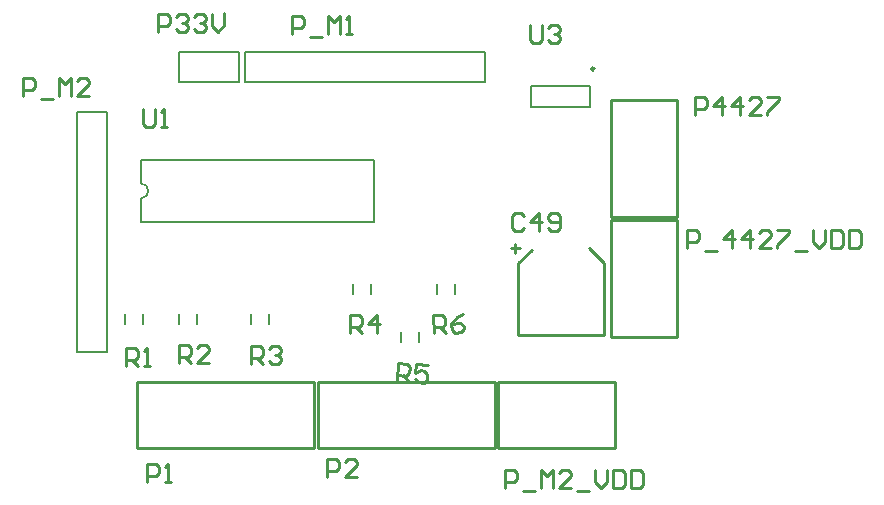
<source format=gto>
%FSLAX23Y23*%
%MOIN*%
G70*
G01*
G75*
%ADD10O,0.024X0.087*%
%ADD11R,0.067X0.043*%
%ADD12R,0.276X0.118*%
%ADD13C,0.033*%
%ADD14C,0.020*%
%ADD15C,0.025*%
%ADD16R,0.150X0.150*%
%ADD17C,0.150*%
%ADD18R,0.150X0.150*%
%ADD19R,0.059X0.059*%
%ADD20C,0.059*%
%ADD21R,0.059X0.059*%
%ADD22C,0.059*%
%ADD23C,0.060*%
%ADD24R,0.059X0.059*%
%ADD25C,0.050*%
%ADD26C,0.010*%
%ADD27C,0.008*%
%ADD28C,0.010*%
D26*
X3833Y2354D02*
G03*
X3833Y2354I-5J0D01*
G01*
D27*
X2321Y1922D02*
G03*
X2321Y1972I0J25D01*
G01*
X3470Y2310D02*
Y2410D01*
X2670Y2310D02*
X3470D01*
X2670D02*
Y2410D01*
X3470D01*
X3622Y2295D02*
X3818D01*
X3622Y2225D02*
X3818D01*
Y2295D01*
X3622Y2225D02*
Y2295D01*
X2321Y1843D02*
Y1922D01*
Y1972D02*
Y2051D01*
X3097Y1843D02*
Y2051D01*
X2321Y1843D02*
X3097D01*
X2321Y2051D02*
X3097D01*
X2110Y2210D02*
X2210D01*
Y1410D02*
Y2210D01*
X2110Y1410D02*
X2210D01*
X2110D02*
Y2210D01*
X2450Y2310D02*
Y2410D01*
X2650D01*
Y2310D02*
Y2410D01*
X2450Y2310D02*
X2650D01*
X2330Y1504D02*
Y1536D01*
X2270Y1504D02*
Y1536D01*
X2510Y1504D02*
Y1536D01*
X2450Y1504D02*
Y1536D01*
X2750Y1504D02*
Y1536D01*
X2690Y1504D02*
Y1536D01*
X3250Y1444D02*
Y1476D01*
X3190Y1444D02*
Y1476D01*
X3090Y1604D02*
Y1636D01*
X3030Y1604D02*
Y1636D01*
X3370Y1604D02*
Y1636D01*
X3310Y1604D02*
Y1636D01*
D28*
X3890Y1849D02*
X4110D01*
X3890Y1459D02*
X4110D01*
Y1849D01*
X3890Y1459D02*
Y1849D01*
Y2250D02*
X4110D01*
X3890Y1860D02*
X4110D01*
Y2250D01*
X3890Y1860D02*
Y2250D01*
X2911Y1090D02*
Y1310D01*
X3501Y1090D02*
Y1310D01*
X2911D02*
X3501D01*
X2911Y1090D02*
X3501D01*
X2310D02*
Y1310D01*
X2900Y1090D02*
Y1310D01*
X2310D02*
X2900D01*
X2310Y1090D02*
X2900D01*
X3513D02*
Y1310D01*
X3903Y1090D02*
Y1310D01*
X3513D02*
X3903D01*
X3513Y1090D02*
X3903D01*
X3865Y1565D02*
Y1635D01*
X3815Y1755D02*
X3865Y1705D01*
Y1635D02*
Y1705D01*
X3570Y1740D02*
Y1770D01*
X3555Y1755D02*
X3585D01*
X3580Y1465D02*
Y1705D01*
X3625Y1750D01*
X3865Y1465D02*
Y1565D01*
X3580Y1465D02*
X3865D01*
X3620Y2500D02*
Y2450D01*
X3630Y2440D01*
X3650D01*
X3660Y2450D01*
Y2500D01*
X3680Y2490D02*
X3690Y2500D01*
X3710D01*
X3720Y2490D01*
Y2480D01*
X3710Y2470D01*
X3700D01*
X3710D01*
X3720Y2460D01*
Y2450D01*
X3710Y2440D01*
X3690D01*
X3680Y2450D01*
X4143Y1756D02*
Y1816D01*
X4173D01*
X4183Y1806D01*
Y1786D01*
X4173Y1776D01*
X4143D01*
X4203Y1746D02*
X4243D01*
X4293Y1756D02*
Y1816D01*
X4263Y1786D01*
X4303D01*
X4353Y1756D02*
Y1816D01*
X4323Y1786D01*
X4363D01*
X4423Y1756D02*
X4383D01*
X4423Y1796D01*
Y1806D01*
X4413Y1816D01*
X4393D01*
X4383Y1806D01*
X4443Y1816D02*
X4483D01*
Y1806D01*
X4443Y1766D01*
Y1756D01*
X4503Y1746D02*
X4543D01*
X4563Y1816D02*
Y1776D01*
X4583Y1756D01*
X4603Y1776D01*
Y1816D01*
X4623D02*
Y1756D01*
X4653D01*
X4663Y1766D01*
Y1806D01*
X4653Y1816D01*
X4623D01*
X4683D02*
Y1756D01*
X4713D01*
X4723Y1766D01*
Y1806D01*
X4713Y1816D01*
X4683D01*
X2327Y2221D02*
Y2171D01*
X2337Y2161D01*
X2357D01*
X2367Y2171D01*
Y2221D01*
X2387Y2161D02*
X2407D01*
X2397D01*
Y2221D01*
X2387Y2211D01*
X2943Y994D02*
Y1054D01*
X2973D01*
X2983Y1044D01*
Y1024D01*
X2973Y1014D01*
X2943D01*
X3043Y994D02*
X3003D01*
X3043Y1034D01*
Y1044D01*
X3033Y1054D01*
X3013D01*
X3003Y1044D01*
X2341Y977D02*
Y1037D01*
X2371D01*
X2381Y1027D01*
Y1007D01*
X2371Y997D01*
X2341D01*
X2401Y977D02*
X2421D01*
X2411D01*
Y1037D01*
X2401Y1027D01*
X2379Y2476D02*
X2378Y2536D01*
X2408Y2536D01*
X2418Y2526D01*
X2419Y2506D01*
X2409Y2496D01*
X2379Y2496D01*
X2438Y2527D02*
X2448Y2537D01*
X2468Y2537D01*
X2478Y2527D01*
X2478Y2517D01*
X2469Y2507D01*
X2459Y2507D01*
X2469Y2507D01*
X2479Y2497D01*
X2479Y2487D01*
X2469Y2477D01*
X2449Y2477D01*
X2439Y2487D01*
X2498Y2527D02*
X2508Y2537D01*
X2528Y2538D01*
X2538Y2528D01*
X2538Y2518D01*
X2529Y2508D01*
X2519Y2508D01*
X2529Y2508D01*
X2539Y2498D01*
X2539Y2488D01*
X2529Y2478D01*
X2509Y2478D01*
X2499Y2487D01*
X2558Y2538D02*
X2559Y2498D01*
X2579Y2478D01*
X2599Y2499D01*
X2598Y2539D01*
X1927Y2263D02*
Y2323D01*
X1957D01*
X1967Y2313D01*
Y2293D01*
X1957Y2283D01*
X1927D01*
X1987Y2253D02*
X2027D01*
X2047Y2263D02*
Y2323D01*
X2067Y2303D01*
X2087Y2323D01*
Y2263D01*
X2147D02*
X2107D01*
X2147Y2303D01*
Y2313D01*
X2137Y2323D01*
X2117D01*
X2107Y2313D01*
X2824Y2470D02*
Y2530D01*
X2854D01*
X2864Y2520D01*
Y2500D01*
X2854Y2490D01*
X2824D01*
X2884Y2460D02*
X2924D01*
X2944Y2470D02*
Y2530D01*
X2964Y2510D01*
X2984Y2530D01*
Y2470D01*
X3004D02*
X3024D01*
X3014D01*
Y2530D01*
X3004Y2520D01*
X4167Y2201D02*
Y2261D01*
X4197D01*
X4207Y2251D01*
Y2231D01*
X4197Y2221D01*
X4167D01*
X4257Y2201D02*
Y2261D01*
X4227Y2231D01*
X4267D01*
X4317Y2201D02*
Y2261D01*
X4287Y2231D01*
X4327D01*
X4387Y2201D02*
X4347D01*
X4387Y2241D01*
Y2251D01*
X4377Y2261D01*
X4357D01*
X4347Y2251D01*
X4407Y2261D02*
X4447D01*
Y2251D01*
X4407Y2211D01*
Y2201D01*
X3534Y955D02*
Y1015D01*
X3564D01*
X3574Y1005D01*
Y985D01*
X3564Y975D01*
X3534D01*
X3594Y945D02*
X3634D01*
X3654Y955D02*
Y1015D01*
X3674Y995D01*
X3694Y1015D01*
Y955D01*
X3754D02*
X3714D01*
X3754Y995D01*
Y1005D01*
X3744Y1015D01*
X3724D01*
X3714Y1005D01*
X3774Y945D02*
X3814D01*
X3834Y1015D02*
Y975D01*
X3854Y955D01*
X3874Y975D01*
Y1015D01*
X3894D02*
Y955D01*
X3924D01*
X3934Y965D01*
Y1005D01*
X3924Y1015D01*
X3894D01*
X3954D02*
Y955D01*
X3984D01*
X3994Y965D01*
Y1005D01*
X3984Y1015D01*
X3954D01*
X2272Y1364D02*
Y1424D01*
X2302D01*
X2312Y1414D01*
Y1394D01*
X2302Y1384D01*
X2272D01*
X2292D02*
X2312Y1364D01*
X2332D02*
X2352D01*
X2342D01*
Y1424D01*
X2332Y1414D01*
X2449Y1373D02*
Y1433D01*
X2479D01*
X2489Y1423D01*
Y1403D01*
X2479Y1393D01*
X2449D01*
X2469D02*
X2489Y1373D01*
X2549D02*
X2509D01*
X2549Y1413D01*
Y1423D01*
X2539Y1433D01*
X2519D01*
X2509Y1423D01*
X2689Y1370D02*
Y1430D01*
X2719D01*
X2729Y1420D01*
Y1400D01*
X2719Y1390D01*
X2689D01*
X2709D02*
X2729Y1370D01*
X2749Y1420D02*
X2759Y1430D01*
X2779D01*
X2789Y1420D01*
Y1410D01*
X2779Y1400D01*
X2769D01*
X2779D01*
X2789Y1390D01*
Y1380D01*
X2779Y1370D01*
X2759D01*
X2749Y1380D01*
X3017Y1473D02*
Y1533D01*
X3047D01*
X3057Y1523D01*
Y1503D01*
X3047Y1493D01*
X3017D01*
X3037D02*
X3057Y1473D01*
X3107D02*
Y1533D01*
X3077Y1503D01*
X3117D01*
X3174Y1313D02*
X3177Y1373D01*
X3207Y1371D01*
X3217Y1361D01*
X3216Y1341D01*
X3205Y1331D01*
X3175Y1333D01*
X3195Y1332D02*
X3214Y1311D01*
X3277Y1367D02*
X3237Y1370D01*
X3236Y1340D01*
X3256Y1349D01*
X3266Y1348D01*
X3275Y1337D01*
X3274Y1318D01*
X3264Y1308D01*
X3244Y1309D01*
X3234Y1320D01*
X3297Y1473D02*
X3296Y1533D01*
X3326Y1534D01*
X3336Y1524D01*
X3336Y1504D01*
X3327Y1494D01*
X3297Y1493D01*
X3317Y1493D02*
X3337Y1474D01*
X3396Y1535D02*
X3376Y1525D01*
X3356Y1504D01*
X3357Y1484D01*
X3367Y1474D01*
X3387Y1475D01*
X3397Y1485D01*
X3397Y1495D01*
X3386Y1505D01*
X3356Y1504D01*
X3600Y1863D02*
X3590Y1873D01*
X3570D01*
X3560Y1863D01*
Y1823D01*
X3570Y1813D01*
X3590D01*
X3600Y1823D01*
X3650Y1813D02*
Y1873D01*
X3620Y1843D01*
X3660D01*
X3680Y1823D02*
X3690Y1813D01*
X3710D01*
X3720Y1823D01*
Y1863D01*
X3710Y1873D01*
X3690D01*
X3680Y1863D01*
Y1853D01*
X3690Y1843D01*
X3720D01*
M02*

</source>
